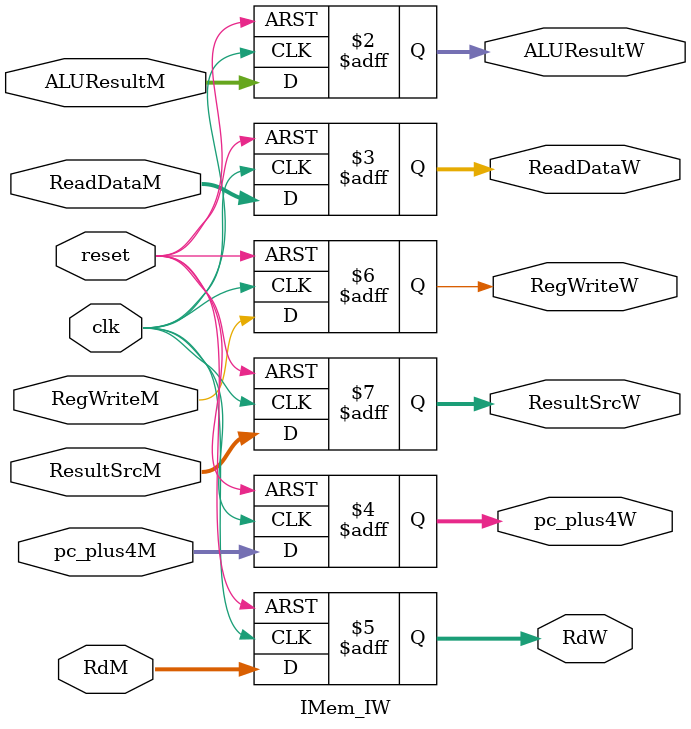
<source format=v>
`timescale 1ns/1ps

module IMem_IW (
    input clk,
    input reset,
    input [31:0] ALUResultM,
    input [31:0] ReadDataM,
    input [31:0] pc_plus4M,
    input [4:0] RdM,
    input RegWriteM,
    input [1:0] ResultSrcM,
    output reg [31:0] ALUResultW,
    output reg [31:0] ReadDataW,
    output reg [31:0] pc_plus4W,
    output reg [4:0] RdW,
    output reg RegWriteW,
    output reg [1:0] ResultSrcW
);

    always @(posedge clk or posedge reset) begin
        if (reset) begin
            ALUResultW <= 32'b0;
            ReadDataW <= 32'b0;
            pc_plus4W <= 32'b0;
            RdW <= 5'b0;
            RegWriteW <= 1'b0;
            ResultSrcW <= 2'b0;
        end else begin
            ALUResultW <= ALUResultM;
            ReadDataW <= ReadDataM;
            pc_plus4W <= pc_plus4M;
            RdW <= RdM;
            RegWriteW <= RegWriteM;
            ResultSrcW <= ResultSrcM;
        end
    end

endmodule
</source>
